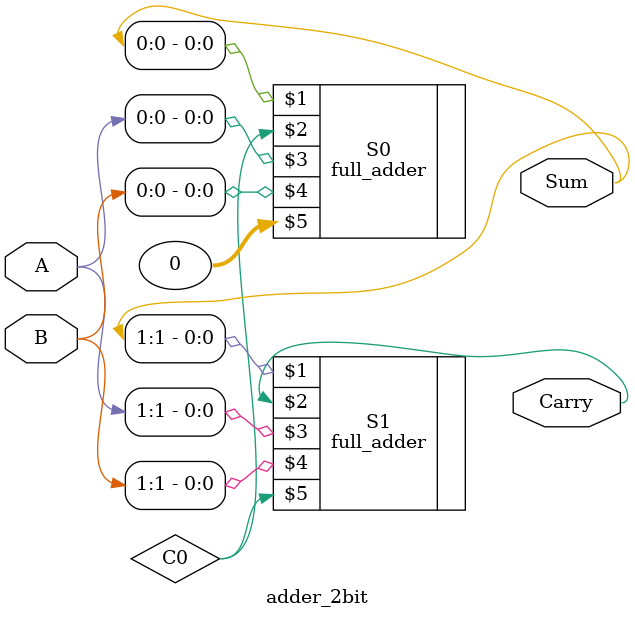
<source format=v>
`timescale 1ns / 1ps
`default_nettype none

/* this module implements a structural Verilog 2-bit adder, using previously defined full_adder module */

module adder_2bit(Carry, Sum, A, B);
    input wire [1:0] A, B; // 2-bit inputs
    output wire [1:0] Sum; // 2-bit output
    output wire Carry; // 1-bit carry output
    
    wire C0; // inital carry from first full-adder
    
    full_adder S0(Sum[0], C0, A[0], B[0], 0); // intial carry is 0
    full_adder S1(Sum[1], Carry, A[1], B[1], C0); // input carry is from previous adder
endmodule

</source>
